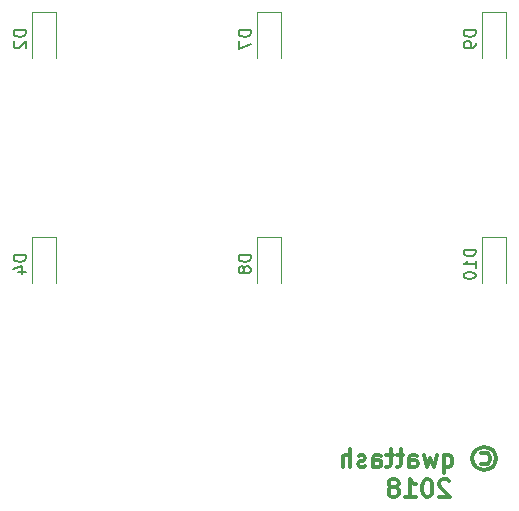
<source format=gbr>
G04 #@! TF.GenerationSoftware,KiCad,Pcbnew,(5.0.0-rc2-dev-471-ge4feb315d)*
G04 #@! TF.CreationDate,2018-04-21T02:21:12+01:00*
G04 #@! TF.ProjectId,cherry_breakout,6368657272795F627265616B6F75742E,rev?*
G04 #@! TF.SameCoordinates,Original*
G04 #@! TF.FileFunction,Legend,Bot*
G04 #@! TF.FilePolarity,Positive*
%FSLAX46Y46*%
G04 Gerber Fmt 4.6, Leading zero omitted, Abs format (unit mm)*
G04 Created by KiCad (PCBNEW (5.0.0-rc2-dev-471-ge4feb315d)) date Sat Apr 21 02:21:12 2018*
%MOMM*%
%LPD*%
G01*
G04 APERTURE LIST*
%ADD10C,0.300000*%
%ADD11C,0.120000*%
%ADD12C,0.150000*%
G04 APERTURE END LIST*
D10*
X100500000Y-113830714D02*
X100642857Y-113759285D01*
X100928571Y-113759285D01*
X101071428Y-113830714D01*
X101214285Y-113973571D01*
X101285714Y-114116428D01*
X101285714Y-114402142D01*
X101214285Y-114545000D01*
X101071428Y-114687857D01*
X100928571Y-114759285D01*
X100642857Y-114759285D01*
X100500000Y-114687857D01*
X100785714Y-113259285D02*
X101142857Y-113330714D01*
X101500000Y-113545000D01*
X101714285Y-113902142D01*
X101785714Y-114259285D01*
X101714285Y-114616428D01*
X101500000Y-114973571D01*
X101142857Y-115187857D01*
X100785714Y-115259285D01*
X100428571Y-115187857D01*
X100071428Y-114973571D01*
X99857142Y-114616428D01*
X99785714Y-114259285D01*
X99857142Y-113902142D01*
X100071428Y-113545000D01*
X100428571Y-113330714D01*
X100785714Y-113259285D01*
X97357142Y-113973571D02*
X97357142Y-115473571D01*
X97357142Y-114902142D02*
X97500000Y-114973571D01*
X97785714Y-114973571D01*
X97928571Y-114902142D01*
X98000000Y-114830714D01*
X98071428Y-114687857D01*
X98071428Y-114259285D01*
X98000000Y-114116428D01*
X97928571Y-114045000D01*
X97785714Y-113973571D01*
X97500000Y-113973571D01*
X97357142Y-114045000D01*
X96785714Y-113973571D02*
X96500000Y-114973571D01*
X96214285Y-114259285D01*
X95928571Y-114973571D01*
X95642857Y-113973571D01*
X94428571Y-114973571D02*
X94428571Y-114187857D01*
X94500000Y-114045000D01*
X94642857Y-113973571D01*
X94928571Y-113973571D01*
X95071428Y-114045000D01*
X94428571Y-114902142D02*
X94571428Y-114973571D01*
X94928571Y-114973571D01*
X95071428Y-114902142D01*
X95142857Y-114759285D01*
X95142857Y-114616428D01*
X95071428Y-114473571D01*
X94928571Y-114402142D01*
X94571428Y-114402142D01*
X94428571Y-114330714D01*
X93928571Y-113973571D02*
X93357142Y-113973571D01*
X93714285Y-113473571D02*
X93714285Y-114759285D01*
X93642857Y-114902142D01*
X93500000Y-114973571D01*
X93357142Y-114973571D01*
X93071428Y-113973571D02*
X92500000Y-113973571D01*
X92857142Y-113473571D02*
X92857142Y-114759285D01*
X92785714Y-114902142D01*
X92642857Y-114973571D01*
X92500000Y-114973571D01*
X91357142Y-114973571D02*
X91357142Y-114187857D01*
X91428571Y-114045000D01*
X91571428Y-113973571D01*
X91857142Y-113973571D01*
X92000000Y-114045000D01*
X91357142Y-114902142D02*
X91500000Y-114973571D01*
X91857142Y-114973571D01*
X92000000Y-114902142D01*
X92071428Y-114759285D01*
X92071428Y-114616428D01*
X92000000Y-114473571D01*
X91857142Y-114402142D01*
X91500000Y-114402142D01*
X91357142Y-114330714D01*
X90714285Y-114902142D02*
X90571428Y-114973571D01*
X90285714Y-114973571D01*
X90142857Y-114902142D01*
X90071428Y-114759285D01*
X90071428Y-114687857D01*
X90142857Y-114545000D01*
X90285714Y-114473571D01*
X90500000Y-114473571D01*
X90642857Y-114402142D01*
X90714285Y-114259285D01*
X90714285Y-114187857D01*
X90642857Y-114045000D01*
X90500000Y-113973571D01*
X90285714Y-113973571D01*
X90142857Y-114045000D01*
X89428571Y-114973571D02*
X89428571Y-113473571D01*
X88785714Y-114973571D02*
X88785714Y-114187857D01*
X88857142Y-114045000D01*
X89000000Y-113973571D01*
X89214285Y-113973571D01*
X89357142Y-114045000D01*
X89428571Y-114116428D01*
X97821428Y-116166428D02*
X97750000Y-116095000D01*
X97607142Y-116023571D01*
X97250000Y-116023571D01*
X97107142Y-116095000D01*
X97035714Y-116166428D01*
X96964285Y-116309285D01*
X96964285Y-116452142D01*
X97035714Y-116666428D01*
X97892857Y-117523571D01*
X96964285Y-117523571D01*
X96035714Y-116023571D02*
X95892857Y-116023571D01*
X95750000Y-116095000D01*
X95678571Y-116166428D01*
X95607142Y-116309285D01*
X95535714Y-116595000D01*
X95535714Y-116952142D01*
X95607142Y-117237857D01*
X95678571Y-117380714D01*
X95750000Y-117452142D01*
X95892857Y-117523571D01*
X96035714Y-117523571D01*
X96178571Y-117452142D01*
X96250000Y-117380714D01*
X96321428Y-117237857D01*
X96392857Y-116952142D01*
X96392857Y-116595000D01*
X96321428Y-116309285D01*
X96250000Y-116166428D01*
X96178571Y-116095000D01*
X96035714Y-116023571D01*
X94107142Y-117523571D02*
X94964285Y-117523571D01*
X94535714Y-117523571D02*
X94535714Y-116023571D01*
X94678571Y-116237857D01*
X94821428Y-116380714D01*
X94964285Y-116452142D01*
X93250000Y-116666428D02*
X93392857Y-116595000D01*
X93464285Y-116523571D01*
X93535714Y-116380714D01*
X93535714Y-116309285D01*
X93464285Y-116166428D01*
X93392857Y-116095000D01*
X93250000Y-116023571D01*
X92964285Y-116023571D01*
X92821428Y-116095000D01*
X92750000Y-116166428D01*
X92678571Y-116309285D01*
X92678571Y-116380714D01*
X92750000Y-116523571D01*
X92821428Y-116595000D01*
X92964285Y-116666428D01*
X93250000Y-116666428D01*
X93392857Y-116737857D01*
X93464285Y-116809285D01*
X93535714Y-116952142D01*
X93535714Y-117237857D01*
X93464285Y-117380714D01*
X93392857Y-117452142D01*
X93250000Y-117523571D01*
X92964285Y-117523571D01*
X92821428Y-117452142D01*
X92750000Y-117380714D01*
X92678571Y-117237857D01*
X92678571Y-116952142D01*
X92750000Y-116809285D01*
X92821428Y-116737857D01*
X92964285Y-116666428D01*
D11*
X62500000Y-76490000D02*
X64500000Y-76490000D01*
X64500000Y-76490000D02*
X64500000Y-80390000D01*
X62500000Y-76490000D02*
X62500000Y-80390000D01*
X62500000Y-95540000D02*
X62500000Y-99440000D01*
X64500000Y-95540000D02*
X64500000Y-99440000D01*
X62500000Y-95540000D02*
X64500000Y-95540000D01*
X81550000Y-76490000D02*
X81550000Y-80390000D01*
X83550000Y-76490000D02*
X83550000Y-80390000D01*
X81550000Y-76490000D02*
X83550000Y-76490000D01*
X81550000Y-95540000D02*
X83550000Y-95540000D01*
X83550000Y-95540000D02*
X83550000Y-99440000D01*
X81550000Y-95540000D02*
X81550000Y-99440000D01*
X100600000Y-76490000D02*
X102600000Y-76490000D01*
X102600000Y-76490000D02*
X102600000Y-80390000D01*
X100600000Y-76490000D02*
X100600000Y-80390000D01*
X100600000Y-95540000D02*
X100600000Y-99440000D01*
X102600000Y-95540000D02*
X102600000Y-99440000D01*
X100600000Y-95540000D02*
X102600000Y-95540000D01*
D12*
X61952380Y-78001904D02*
X60952380Y-78001904D01*
X60952380Y-78240000D01*
X61000000Y-78382857D01*
X61095238Y-78478095D01*
X61190476Y-78525714D01*
X61380952Y-78573333D01*
X61523809Y-78573333D01*
X61714285Y-78525714D01*
X61809523Y-78478095D01*
X61904761Y-78382857D01*
X61952380Y-78240000D01*
X61952380Y-78001904D01*
X61047619Y-78954285D02*
X61000000Y-79001904D01*
X60952380Y-79097142D01*
X60952380Y-79335238D01*
X61000000Y-79430476D01*
X61047619Y-79478095D01*
X61142857Y-79525714D01*
X61238095Y-79525714D01*
X61380952Y-79478095D01*
X61952380Y-78906666D01*
X61952380Y-79525714D01*
X61952380Y-97051904D02*
X60952380Y-97051904D01*
X60952380Y-97290000D01*
X61000000Y-97432857D01*
X61095238Y-97528095D01*
X61190476Y-97575714D01*
X61380952Y-97623333D01*
X61523809Y-97623333D01*
X61714285Y-97575714D01*
X61809523Y-97528095D01*
X61904761Y-97432857D01*
X61952380Y-97290000D01*
X61952380Y-97051904D01*
X61285714Y-98480476D02*
X61952380Y-98480476D01*
X60904761Y-98242380D02*
X61619047Y-98004285D01*
X61619047Y-98623333D01*
X81002380Y-78001904D02*
X80002380Y-78001904D01*
X80002380Y-78240000D01*
X80050000Y-78382857D01*
X80145238Y-78478095D01*
X80240476Y-78525714D01*
X80430952Y-78573333D01*
X80573809Y-78573333D01*
X80764285Y-78525714D01*
X80859523Y-78478095D01*
X80954761Y-78382857D01*
X81002380Y-78240000D01*
X81002380Y-78001904D01*
X80002380Y-78906666D02*
X80002380Y-79573333D01*
X81002380Y-79144761D01*
X81002380Y-97051904D02*
X80002380Y-97051904D01*
X80002380Y-97290000D01*
X80050000Y-97432857D01*
X80145238Y-97528095D01*
X80240476Y-97575714D01*
X80430952Y-97623333D01*
X80573809Y-97623333D01*
X80764285Y-97575714D01*
X80859523Y-97528095D01*
X80954761Y-97432857D01*
X81002380Y-97290000D01*
X81002380Y-97051904D01*
X80430952Y-98194761D02*
X80383333Y-98099523D01*
X80335714Y-98051904D01*
X80240476Y-98004285D01*
X80192857Y-98004285D01*
X80097619Y-98051904D01*
X80050000Y-98099523D01*
X80002380Y-98194761D01*
X80002380Y-98385238D01*
X80050000Y-98480476D01*
X80097619Y-98528095D01*
X80192857Y-98575714D01*
X80240476Y-98575714D01*
X80335714Y-98528095D01*
X80383333Y-98480476D01*
X80430952Y-98385238D01*
X80430952Y-98194761D01*
X80478571Y-98099523D01*
X80526190Y-98051904D01*
X80621428Y-98004285D01*
X80811904Y-98004285D01*
X80907142Y-98051904D01*
X80954761Y-98099523D01*
X81002380Y-98194761D01*
X81002380Y-98385238D01*
X80954761Y-98480476D01*
X80907142Y-98528095D01*
X80811904Y-98575714D01*
X80621428Y-98575714D01*
X80526190Y-98528095D01*
X80478571Y-98480476D01*
X80430952Y-98385238D01*
X100052380Y-78001904D02*
X99052380Y-78001904D01*
X99052380Y-78240000D01*
X99100000Y-78382857D01*
X99195238Y-78478095D01*
X99290476Y-78525714D01*
X99480952Y-78573333D01*
X99623809Y-78573333D01*
X99814285Y-78525714D01*
X99909523Y-78478095D01*
X100004761Y-78382857D01*
X100052380Y-78240000D01*
X100052380Y-78001904D01*
X100052380Y-79049523D02*
X100052380Y-79240000D01*
X100004761Y-79335238D01*
X99957142Y-79382857D01*
X99814285Y-79478095D01*
X99623809Y-79525714D01*
X99242857Y-79525714D01*
X99147619Y-79478095D01*
X99100000Y-79430476D01*
X99052380Y-79335238D01*
X99052380Y-79144761D01*
X99100000Y-79049523D01*
X99147619Y-79001904D01*
X99242857Y-78954285D01*
X99480952Y-78954285D01*
X99576190Y-79001904D01*
X99623809Y-79049523D01*
X99671428Y-79144761D01*
X99671428Y-79335238D01*
X99623809Y-79430476D01*
X99576190Y-79478095D01*
X99480952Y-79525714D01*
X100052380Y-96575714D02*
X99052380Y-96575714D01*
X99052380Y-96813809D01*
X99100000Y-96956666D01*
X99195238Y-97051904D01*
X99290476Y-97099523D01*
X99480952Y-97147142D01*
X99623809Y-97147142D01*
X99814285Y-97099523D01*
X99909523Y-97051904D01*
X100004761Y-96956666D01*
X100052380Y-96813809D01*
X100052380Y-96575714D01*
X100052380Y-98099523D02*
X100052380Y-97528095D01*
X100052380Y-97813809D02*
X99052380Y-97813809D01*
X99195238Y-97718571D01*
X99290476Y-97623333D01*
X99338095Y-97528095D01*
X99052380Y-98718571D02*
X99052380Y-98813809D01*
X99100000Y-98909047D01*
X99147619Y-98956666D01*
X99242857Y-99004285D01*
X99433333Y-99051904D01*
X99671428Y-99051904D01*
X99861904Y-99004285D01*
X99957142Y-98956666D01*
X100004761Y-98909047D01*
X100052380Y-98813809D01*
X100052380Y-98718571D01*
X100004761Y-98623333D01*
X99957142Y-98575714D01*
X99861904Y-98528095D01*
X99671428Y-98480476D01*
X99433333Y-98480476D01*
X99242857Y-98528095D01*
X99147619Y-98575714D01*
X99100000Y-98623333D01*
X99052380Y-98718571D01*
M02*

</source>
